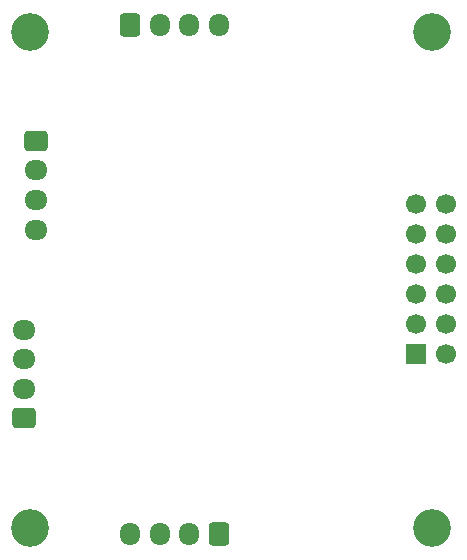
<source format=gbr>
%TF.GenerationSoftware,KiCad,Pcbnew,9.0.6*%
%TF.CreationDate,2025-12-29T21:08:54-05:00*%
%TF.ProjectId,plimsoll,706c696d-736f-46c6-9c2e-6b696361645f,rev?*%
%TF.SameCoordinates,Original*%
%TF.FileFunction,Soldermask,Bot*%
%TF.FilePolarity,Negative*%
%FSLAX46Y46*%
G04 Gerber Fmt 4.6, Leading zero omitted, Abs format (unit mm)*
G04 Created by KiCad (PCBNEW 9.0.6) date 2025-12-29 21:08:54*
%MOMM*%
%LPD*%
G01*
G04 APERTURE LIST*
G04 Aperture macros list*
%AMRoundRect*
0 Rectangle with rounded corners*
0 $1 Rounding radius*
0 $2 $3 $4 $5 $6 $7 $8 $9 X,Y pos of 4 corners*
0 Add a 4 corners polygon primitive as box body*
4,1,4,$2,$3,$4,$5,$6,$7,$8,$9,$2,$3,0*
0 Add four circle primitives for the rounded corners*
1,1,$1+$1,$2,$3*
1,1,$1+$1,$4,$5*
1,1,$1+$1,$6,$7*
1,1,$1+$1,$8,$9*
0 Add four rect primitives between the rounded corners*
20,1,$1+$1,$2,$3,$4,$5,0*
20,1,$1+$1,$4,$5,$6,$7,0*
20,1,$1+$1,$6,$7,$8,$9,0*
20,1,$1+$1,$8,$9,$2,$3,0*%
G04 Aperture macros list end*
%ADD10C,3.200000*%
%ADD11R,1.700000X1.700000*%
%ADD12C,1.700000*%
%ADD13RoundRect,0.250000X0.725000X-0.600000X0.725000X0.600000X-0.725000X0.600000X-0.725000X-0.600000X0*%
%ADD14O,1.950000X1.700000*%
%ADD15RoundRect,0.250000X0.600000X0.725000X-0.600000X0.725000X-0.600000X-0.725000X0.600000X-0.725000X0*%
%ADD16O,1.700000X1.950000*%
%ADD17RoundRect,0.250000X-0.725000X0.600000X-0.725000X-0.600000X0.725000X-0.600000X0.725000X0.600000X0*%
%ADD18RoundRect,0.250000X-0.600000X-0.725000X0.600000X-0.725000X0.600000X0.725000X-0.600000X0.725000X0*%
G04 APERTURE END LIST*
D10*
%TO.C,H4*%
X138000000Y-146000000D03*
%TD*%
%TO.C,H3*%
X138000000Y-104000000D03*
%TD*%
D11*
%TO.C,J1*%
X136710000Y-131325000D03*
D12*
X139250000Y-131325000D03*
X136710000Y-128785000D03*
X139250000Y-128785000D03*
X136710000Y-126245000D03*
X139250000Y-126245000D03*
X136710000Y-123705000D03*
X139250000Y-123705000D03*
X136710000Y-121165000D03*
X139250000Y-121165000D03*
X136710000Y-118625000D03*
X139250000Y-118625000D03*
%TD*%
D13*
%TO.C,LC3*%
X103475000Y-136750000D03*
D14*
X103475000Y-134250000D03*
X103475000Y-131750000D03*
X103475000Y-129250000D03*
%TD*%
D15*
%TO.C,LC4*%
X120000000Y-146525000D03*
D16*
X117500000Y-146525000D03*
X115000000Y-146525000D03*
X112500000Y-146525000D03*
%TD*%
D10*
%TO.C,H1*%
X104000000Y-104000000D03*
%TD*%
D17*
%TO.C,LC2*%
X104525000Y-113250000D03*
D14*
X104525000Y-115750000D03*
X104525000Y-118250000D03*
X104525000Y-120750000D03*
%TD*%
D10*
%TO.C,H2*%
X104000000Y-146000000D03*
%TD*%
D18*
%TO.C,LC1*%
X112500000Y-103475000D03*
D16*
X115000000Y-103475000D03*
X117500000Y-103475000D03*
X120000000Y-103475000D03*
%TD*%
M02*

</source>
